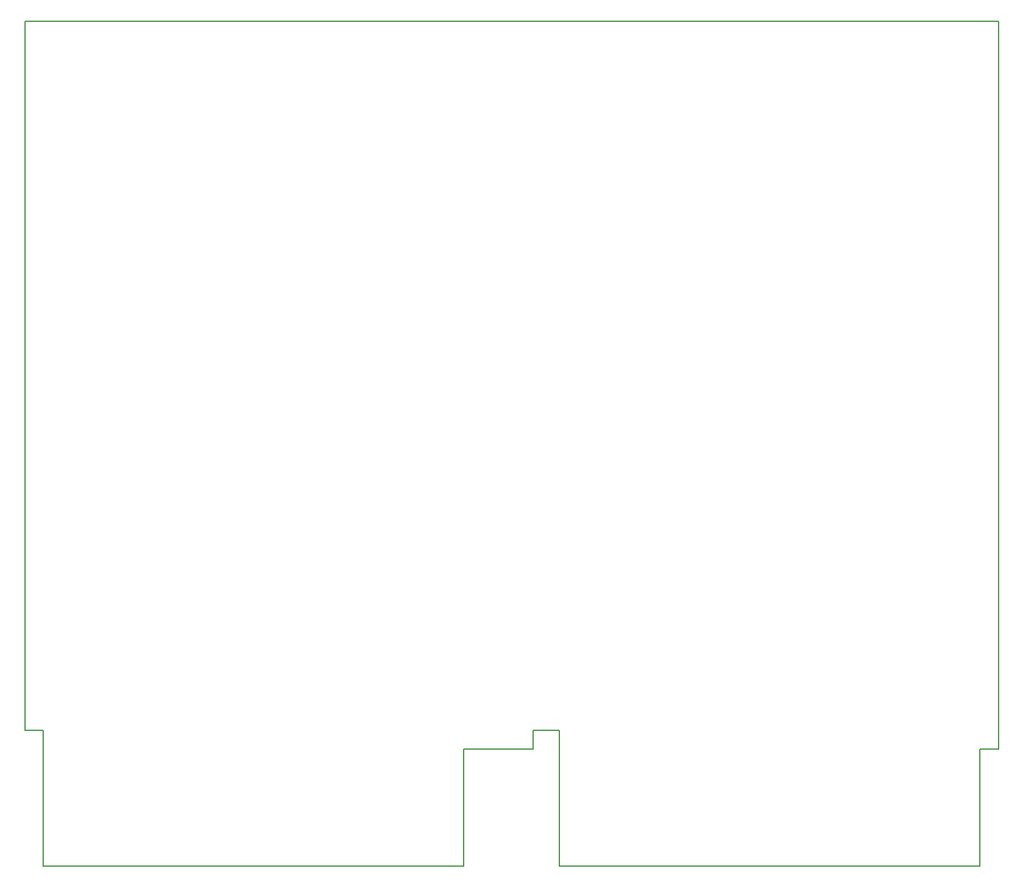
<source format=gm1>
G04 #@! TF.GenerationSoftware,KiCad,Pcbnew,(5.1.10)-1*
G04 #@! TF.CreationDate,2021-09-26T13:37:53-07:00*
G04 #@! TF.ProjectId,m9042-clone,6d393034-322d-4636-9c6f-6e652e6b6963,1*
G04 #@! TF.SameCoordinates,Original*
G04 #@! TF.FileFunction,Profile,NP*
%FSLAX46Y46*%
G04 Gerber Fmt 4.6, Leading zero omitted, Abs format (unit mm)*
G04 Created by KiCad (PCBNEW (5.1.10)-1) date 2021-09-26 13:37:53*
%MOMM*%
%LPD*%
G01*
G04 APERTURE LIST*
G04 #@! TA.AperFunction,Profile*
%ADD10C,0.127000*%
G04 #@! TD*
G04 APERTURE END LIST*
D10*
X277114000Y-286385000D02*
X277114000Y-304800000D01*
X277114000Y-286385000D02*
X274650200Y-286385000D01*
X334010000Y-304800000D02*
X277114000Y-304800000D01*
X346964000Y-286385000D02*
X346964000Y-304800000D01*
X346964000Y-286385000D02*
X343408000Y-286385000D01*
X343408000Y-288925000D02*
X343408000Y-286385000D01*
X343408000Y-288925000D02*
X334010000Y-288925000D01*
X334010000Y-288925000D02*
X334010000Y-304800000D01*
X403860000Y-304800000D02*
X346964000Y-304800000D01*
X403860000Y-288925000D02*
X403860000Y-304800000D01*
X406400000Y-288925000D02*
X403860000Y-288925000D01*
X274650200Y-190500000D02*
X274650200Y-286385000D01*
X406400000Y-190500000D02*
X274650200Y-190500000D01*
X406400000Y-190500000D02*
X406400000Y-288925000D01*
M02*

</source>
